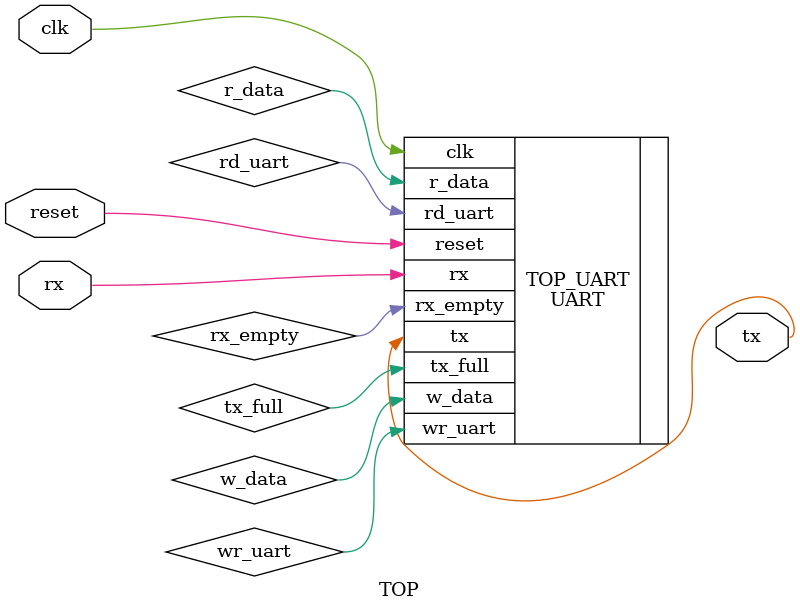
<source format=v>
`timescale 1ns / 1ps
module TOP(
	input clk,
	input reset,
	input rx,
	output tx
    );
	 
// Instantiate UART
UART TOP_UART (
    .clk(clk), 
    .reset(reset), 
    .rd_uart(rd_uart), 
    .wr_uart(wr_uart), 
    .rx(rx), 
    .w_data(w_data), 
    .tx_full(tx_full), 
    .rx_empty(rx_empty), 
    .tx(tx), 
    .r_data(r_data)
    );



endmodule

</source>
